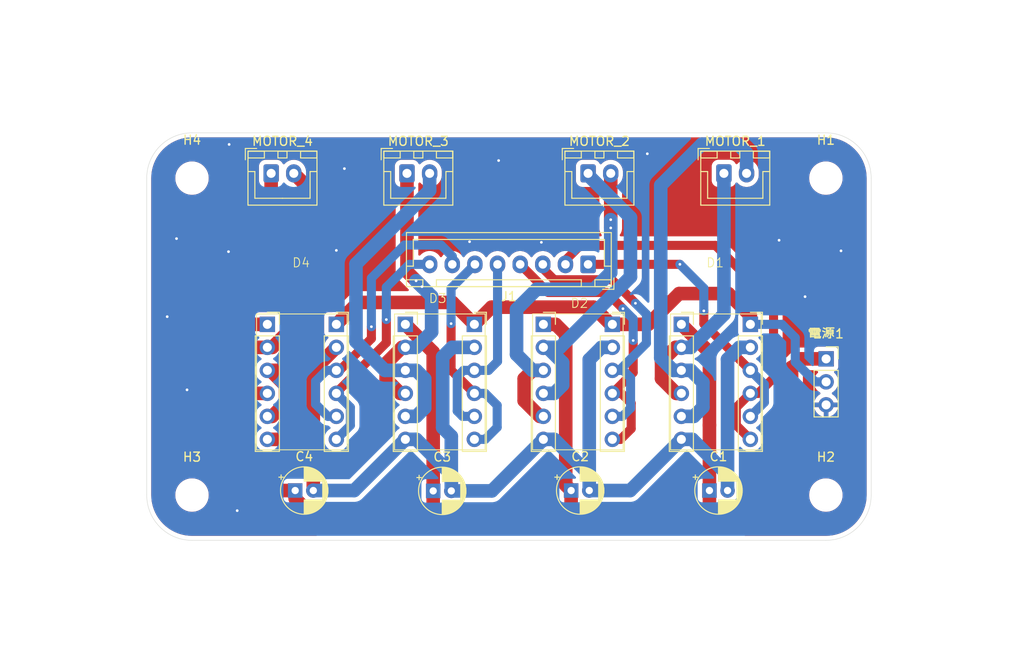
<source format=kicad_pcb>
(kicad_pcb (version 20240108) (generator "pcbnew") (generator_version "8.0")
  (layers (0 "F.Cu" signal) (31 "B.Cu" signal) (34 "B.Paste" user) (35 "F.Paste" user) (36 "B.SilkS" user "B.Silkscreen") (37 "F.SilkS" user "F.Silkscreen") (38 "B.Mask" user) (39 "F.Mask" user) (44 "Edge.Cuts" user))
  (net 0 "")
  (net 1 "VCC")
  (net 2 "Net-(D1-AOUT2)")
  (net 3 "Net-(D1-AOUT1)")
  (net 4 "Net-(D2-AOUT1)")
  (net 5 "Net-(D2-AOUT2)")
  (net 6 "Net-(D3-AOUT1)")
  (net 7 "Net-(D3-AOUT2)")
  (net 8 "Net-(D4-AOUT1)")
  (net 9 "Net-(D4-AOUT2)")
  (net 10 "Net-(D1-GND)")
  (net 11 "Net-(D1-AIN2)")
  (net 12 "Net-(D1-AIN1)")
  (net 13 "Net-(D2-AIN1)")
  (net 14 "Net-(D2-AIN2)")
  (net 15 "GND")
  (net 16 "+5V")
  (net 17 "Net-(D3-AIN2)")
  (net 18 "Net-(D3-AIN1)")
  (net 19 "Net-(D4-AIN1)")
  (net 20 "Net-(D4-AIN2)")
  (footprint "Connector_JST:JST_XH_B2B-XH-A_1x02_P2.50mm_Vertical" (layer "F.Cu") (at 158.75 76.975)
    (property "Reference" "MOTOR_2" (at 1.25 -3.55 0) (layer "F.SilkS"))
    (property "Value" "Conn_01x02_Socket")
    (pad "1" thru_hole roundrect (at 0 0) (size 1.7 2) (drill 1) (layers "*.Cu" "*.Mask") (roundrect_rratio 0.147059) (net 4 "Net-(D2-AOUT1)"))
    (pad "2" thru_hole oval (at 2.5 0) (size 1.7 2) (drill 1) (layers "*.Cu" "*.Mask") (net 5 "Net-(D2-AOUT2)"))
  )
  (footprint "DRV8835:DRV8835" (layer "F.Cu") (at 172.86 100)
    (property "Reference" "D1" (at -0.08 -13.16 0) (layer "F.SilkS") (effects (font (thickness 0.1))))
    (property "Value" "~")
    (pad "1" thru_hole rect (at -3.81 -6.35) (size 1.7 1.7) (drill 1) (layers "*.Cu" "*.Mask") (net 1 "VCC"))
    (pad "2" thru_hole oval (at -3.81 -3.81) (size 1.7 1.7) (drill 1) (layers "*.Cu" "*.Mask") (net 3 "Net-(D1-AOUT1)"))
    (pad "3" thru_hole oval (at -3.81 -1.27) (size 1.7 1.7) (drill 1) (layers "*.Cu" "*.Mask") (net 2 "Net-(D1-AOUT2)"))
    (pad "4" thru_hole oval (at -3.81 1.27) (size 1.7 1.7) (drill 1) (layers "*.Cu" "*.Mask") (net 3 "Net-(D1-AOUT1)"))
    (pad "5" thru_hole oval (at -3.81 3.81) (size 1.7 1.7) (drill 1) (layers "*.Cu" "*.Mask") (net 2 "Net-(D1-AOUT2)"))
    (pad "6" thru_hole oval (at -3.81 6.35) (size 1.7 1.7) (drill 1) (layers "*.Cu" "*.Mask") (net 10 "Net-(D1-GND)"))
    (pad "7" thru_hole rect (at 3.81 -6.35) (size 1.7 1.7) (drill 1) (layers "*.Cu" "*.Mask") (net 16 "+5V"))
    (pad "8" thru_hole oval (at 3.81 -3.81) (size 1.7 1.7) (drill 1) (layers "*.Cu" "*.Mask") (net 10 "Net-(D1-GND)"))
    (pad "9" thru_hole oval (at 3.81 -1.27) (size 1.7 1.7) (drill 1) (layers "*.Cu" "*.Mask") (net 12 "Net-(D1-AIN1)"))
    (pad "10" thru_hole oval (at 3.81 1.27) (size 1.7 1.7) (drill 1) (layers "*.Cu" "*.Mask") (net 11 "Net-(D1-AIN2)"))
    (pad "11" thru_hole oval (at 3.81 3.81) (size 1.7 1.7) (drill 1) (layers "*.Cu" "*.Mask") (net 12 "Net-(D1-AIN1)"))
    (pad "12" thru_hole oval (at 3.81 6.35) (size 1.7 1.7) (drill 1) (layers "*.Cu" "*.Mask") (net 11 "Net-(D1-AIN2)"))
  )
  (footprint "DRV8835:DRV8835" (layer "F.Cu") (at 142.38 100)
    (property "Reference" "D3" (at -0.24 -9.22 0) (layer "F.SilkS") (effects (font (thickness 0.1))))
    (property "Value" "~")
    (pad "1" thru_hole rect (at -3.81 -6.35) (size 1.7 1.7) (drill 1) (layers "*.Cu" "*.Mask") (net 1 "VCC"))
    (pad "2" thru_hole oval (at -3.81 -3.81) (size 1.7 1.7) (drill 1) (layers "*.Cu" "*.Mask") (net 6 "Net-(D3-AOUT1)"))
    (pad "3" thru_hole oval (at -3.81 -1.27) (size 1.7 1.7) (drill 1) (layers "*.Cu" "*.Mask") (net 7 "Net-(D3-AOUT2)"))
    (pad "4" thru_hole oval (at -3.81 1.27) (size 1.7 1.7) (drill 1) (layers "*.Cu" "*.Mask") (net 6 "Net-(D3-AOUT1)"))
    (pad "5" thru_hole oval (at -3.81 3.81) (size 1.7 1.7) (drill 1) (layers "*.Cu" "*.Mask") (net 7 "Net-(D3-AOUT2)"))
    (pad "6" thru_hole oval (at -3.81 6.35) (size 1.7 1.7) (drill 1) (layers "*.Cu" "*.Mask") (net 10 "Net-(D1-GND)"))
    (pad "7" thru_hole rect (at 3.81 -6.35) (size 1.7 1.7) (drill 1) (layers "*.Cu" "*.Mask") (net 16 "+5V"))
    (pad "8" thru_hole oval (at 3.81 -3.81) (size 1.7 1.7) (drill 1) (layers "*.Cu" "*.Mask") (net 10 "Net-(D1-GND)"))
    (pad "9" thru_hole oval (at 3.81 -1.27) (size 1.7 1.7) (drill 1) (layers "*.Cu" "*.Mask") (net 18 "Net-(D3-AIN1)"))
    (pad "10" thru_hole oval (at 3.81 1.27) (size 1.7 1.7) (drill 1) (layers "*.Cu" "*.Mask") (net 17 "Net-(D3-AIN2)"))
    (pad "11" thru_hole oval (at 3.81 3.81) (size 1.7 1.7) (drill 1) (layers "*.Cu" "*.Mask") (net 18 "Net-(D3-AIN1)"))
    (pad "12" thru_hole oval (at 3.81 6.35) (size 1.7 1.7) (drill 1) (layers "*.Cu" "*.Mask") (net 17 "Net-(D3-AIN2)"))
  )
  (footprint "MountingHole:MountingHole_3.2mm_M3" (layer "F.Cu") (at 115.01 112.5)
    (property "Reference" "H3" (at 0 -4.2 0) (layer "F.SilkS"))
    (property "Value" "MountingHole")
    (pad "" np_thru_hole circle (at 0 0) (size 3.2 3.2) (drill 3.2) (layers "*.Cu" "*.Mask"))
  )
  (footprint "Connector_JST:JST_XH_B8B-XH-A_1x08_P2.50mm_Vertical" (layer "F.Cu") (at 158.75 87.025 180)
    (property "Reference" "J1" (at 8.75 -3.55 0) (layer "F.SilkS"))
    (property "Value" "Conn_01x08_Pin")
    (pad "1" thru_hole roundrect (at 0 0 180) (size 1.7 1.95) (drill 0.95) (layers "*.Cu" "*.Mask") (roundrect_rratio 0.147059) (net 12 "Net-(D1-AIN1)"))
    (pad "2" thru_hole oval (at 2.5 0 180) (size 1.7 1.95) (drill 0.95) (layers "*.Cu" "*.Mask") (net 11 "Net-(D1-AIN2)"))
    (pad "3" thru_hole oval (at 5 0 180) (size 1.7 1.95) (drill 0.95) (layers "*.Cu" "*.Mask") (net 13 "Net-(D2-AIN1)"))
    (pad "4" thru_hole oval (at 7.5 0 180) (size 1.7 1.95) (drill 0.95) (layers "*.Cu" "*.Mask") (net 14 "Net-(D2-AIN2)"))
    (pad "5" thru_hole oval (at 10 0 180) (size 1.7 1.95) (drill 0.95) (layers "*.Cu" "*.Mask") (net 18 "Net-(D3-AIN1)"))
    (pad "6" thru_hole oval (at 12.5 0 180) (size 1.7 1.95) (drill 0.95) (layers "*.Cu" "*.Mask") (net 17 "Net-(D3-AIN2)"))
    (pad "7" thru_hole oval (at 15 0 180) (size 1.7 1.95) (drill 0.95) (layers "*.Cu" "*.Mask") (net 19 "Net-(D4-AIN1)"))
    (pad "8" thru_hole oval (at 17.5 0 180) (size 1.7 1.95) (drill 0.95) (layers "*.Cu" "*.Mask") (net 20 "Net-(D4-AIN2)"))
  )
  (footprint "MountingHole:MountingHole_3.2mm_M3" (layer "F.Cu") (at 185.01 77.5)
    (property "Reference" "H1" (at 0 -4.2 0) (layer "F.SilkS"))
    (property "Value" "MountingHole")
    (pad "" np_thru_hole circle (at 0 0) (size 3.2 3.2) (drill 3.2) (layers "*.Cu" "*.Mask"))
  )
  (footprint "Capacitor_THT:CP_Radial_D5.0mm_P2.00mm" (layer "F.Cu") (at 126.404901 112)
    (property "Reference" "C4" (at 1 -3.75 0) (layer "F.SilkS"))
    (property "Value" "150μF")
    (pad "1" thru_hole rect (at 0 0) (size 1.6 1.6) (drill 0.8) (layers "*.Cu" "*.Mask") (net 1 "VCC"))
    (pad "2" thru_hole circle (at 2 0) (size 1.6 1.6) (drill 0.8) (layers "*.Cu" "*.Mask") (net 10 "Net-(D1-GND)"))
  )
  (footprint "Capacitor_THT:CP_Radial_D5.0mm_P2.00mm" (layer "F.Cu") (at 156.877401 112)
    (property "Reference" "C2" (at 1 -3.75 0) (layer "F.SilkS"))
    (property "Value" "150μF")
    (pad "1" thru_hole rect (at 0 0) (size 1.6 1.6) (drill 0.8) (layers "*.Cu" "*.Mask") (net 1 "VCC"))
    (pad "2" thru_hole circle (at 2 0) (size 1.6 1.6) (drill 0.8) (layers "*.Cu" "*.Mask") (net 10 "Net-(D1-GND)"))
  )
  (footprint "Capacitor_THT:CP_Radial_D5.0mm_P2.00mm" (layer "F.Cu") (at 172.149901 112)
    (property "Reference" "C1" (at 1 -3.75 0) (layer "F.SilkS"))
    (property "Value" "150μF")
    (pad "1" thru_hole rect (at 0 0) (size 1.6 1.6) (drill 0.8) (layers "*.Cu" "*.Mask") (net 1 "VCC"))
    (pad "2" thru_hole circle (at 2 0) (size 1.6 1.6) (drill 0.8) (layers "*.Cu" "*.Mask") (net 10 "Net-(D1-GND)"))
  )
  (footprint "Capacitor_THT:CP_Radial_D5.0mm_P2.00mm" (layer "F.Cu") (at 141.644901 112.04)
    (property "Reference" "C3" (at 1 -3.75 0) (layer "F.SilkS"))
    (property "Value" "150μF")
    (pad "1" thru_hole rect (at 0 0) (size 1.6 1.6) (drill 0.8) (layers "*.Cu" "*.Mask") (net 1 "VCC"))
    (pad "2" thru_hole circle (at 2 0) (size 1.6 1.6) (drill 0.8) (layers "*.Cu" "*.Mask") (net 10 "Net-(D1-GND)"))
  )
  (footprint "MountingHole:MountingHole_3.2mm_M3" (layer "F.Cu") (at 115.01 77.5)
    (property "Reference" "H4" (at 0 -4.2 0) (layer "F.SilkS"))
    (property "Value" "MountingHole")
    (pad "" np_thru_hole circle (at 0 0) (size 3.2 3.2) (drill 3.2) (layers "*.Cu" "*.Mask"))
  )
  (footprint "DRV8835:DRV8835" (layer "F.Cu") (at 157.62 100)
    (property "Reference" "D2" (at 0.18 -8.68 0) (layer "F.SilkS") (effects (font (thickness 0.1))))
    (property "Value" "~")
    (pad "1" thru_hole rect (at -3.81 -6.35) (size 1.7 1.7) (drill 1) (layers "*.Cu" "*.Mask") (net 1 "VCC"))
    (pad "2" thru_hole oval (at -3.81 -3.81) (size 1.7 1.7) (drill 1) (layers "*.Cu" "*.Mask") (net 4 "Net-(D2-AOUT1)"))
    (pad "3" thru_hole oval (at -3.81 -1.27) (size 1.7 1.7) (drill 1) (layers "*.Cu" "*.Mask") (net 5 "Net-(D2-AOUT2)"))
    (pad "4" thru_hole oval (at -3.81 1.27) (size 1.7 1.7) (drill 1) (layers "*.Cu" "*.Mask") (net 4 "Net-(D2-AOUT1)"))
    (pad "5" thru_hole oval (at -3.81 3.81) (size 1.7 1.7) (drill 1) (layers "*.Cu" "*.Mask") (net 5 "Net-(D2-AOUT2)"))
    (pad "6" thru_hole oval (at -3.81 6.35) (size 1.7 1.7) (drill 1) (layers "*.Cu" "*.Mask") (net 10 "Net-(D1-GND)"))
    (pad "7" thru_hole rect (at 3.81 -6.35) (size 1.7 1.7) (drill 1) (layers "*.Cu" "*.Mask") (net 16 "+5V"))
    (pad "8" thru_hole oval (at 3.81 -3.81) (size 1.7 1.7) (drill 1) (layers "*.Cu" "*.Mask") (net 10 "Net-(D1-GND)"))
    (pad "9" thru_hole oval (at 3.81 -1.27) (size 1.7 1.7) (drill 1) (layers "*.Cu" "*.Mask") (net 13 "Net-(D2-AIN1)"))
    (pad "10" thru_hole oval (at 3.81 1.27) (size 1.7 1.7) (drill 1) (layers "*.Cu" "*.Mask") (net 14 "Net-(D2-AIN2)"))
    (pad "11" thru_hole oval (at 3.81 3.81) (size 1.7 1.7) (drill 1) (layers "*.Cu" "*.Mask") (net 13 "Net-(D2-AIN1)"))
    (pad "12" thru_hole oval (at 3.81 6.35) (size 1.7 1.7) (drill 1) (layers "*.Cu" "*.Mask") (net 14 "Net-(D2-AIN2)"))
  )
  (footprint "Connector_JST:JST_XH_B2B-XH-A_1x02_P2.50mm_Vertical" (layer "F.Cu") (at 138.75 76.975)
    (property "Reference" "MOTOR_3" (at 1.25 -3.55 0) (layer "F.SilkS"))
    (property "Value" "Conn_01x02_Socket")
    (pad "1" thru_hole roundrect (at 0 0) (size 1.7 2) (drill 1) (layers "*.Cu" "*.Mask") (roundrect_rratio 0.147059) (net 6 "Net-(D3-AOUT1)"))
    (pad "2" thru_hole oval (at 2.5 0) (size 1.7 2) (drill 1) (layers "*.Cu" "*.Mask") (net 7 "Net-(D3-AOUT2)"))
  )
  (footprint "Connector_PinSocket_2.54mm:PinSocket_1x03_P2.54mm_Vertical" (layer "F.Cu") (at 185.035 97.46)
    (property "Reference" "電源1" (at 0 -2.77 0) (layer "F.SilkS"))
    (property "Value" "Conn_01x03_Pin")
    (pad "1" thru_hole rect (at 0 0) (size 1.7 1.7) (drill 1) (layers "*.Cu" "*.Mask") (net 1 "VCC"))
    (pad "2" thru_hole oval (at 0 2.54) (size 1.7 1.7) (drill 1) (layers "*.Cu" "*.Mask") (net 16 "+5V"))
    (pad "3" thru_hole oval (at 0 5.08) (size 1.7 1.7) (drill 1) (layers "*.Cu" "*.Mask") (net 15 "GND"))
  )
  (footprint "Connector_JST:JST_XH_B2B-XH-A_1x02_P2.50mm_Vertical" (layer "F.Cu") (at 123.75 76.975)
    (property "Reference" "MOTOR_4" (at 1.25 -3.55 0) (layer "F.SilkS"))
    (property "Value" "Conn_01x02_Socket")
    (pad "1" thru_hole roundrect (at 0 0) (size 1.7 2) (drill 1) (layers "*.Cu" "*.Mask") (roundrect_rratio 0.147059) (net 8 "Net-(D4-AOUT1)"))
    (pad "2" thru_hole oval (at 2.5 0) (size 1.7 2) (drill 1) (layers "*.Cu" "*.Mask") (net 9 "Net-(D4-AOUT2)"))
  )
  (footprint "DRV8835:DRV8835" (layer "F.Cu") (at 127.14 100)
    (property "Reference" "D4" (at -0.08 -13.16 0) (layer "F.SilkS") (effects (font (thickness 0.1))))
    (property "Value" "~")
    (pad "1" thru_hole rect (at -3.81 -6.35) (size 1.7 1.7) (drill 1) (layers "*.Cu" "*.Mask") (net 1 "VCC"))
    (pad "2" thru_hole oval (at -3.81 -3.81) (size 1.7 1.7) (drill 1) (layers "*.Cu" "*.Mask") (net 8 "Net-(D4-AOUT1)"))
    (pad "3" thru_hole oval (at -3.81 -1.27) (size 1.7 1.7) (drill 1) (layers "*.Cu" "*.Mask") (net 9 "Net-(D4-AOUT2)"))
    (pad "4" thru_hole oval (at -3.81 1.27) (size 1.7 1.7) (drill 1) (layers "*.Cu" "*.Mask") (net 8 "Net-(D4-AOUT1)"))
    (pad "5" thru_hole oval (at -3.81 3.81) (size 1.7 1.7) (drill 1) (layers "*.Cu" "*.Mask") (net 9 "Net-(D4-AOUT2)"))
    (pad "6" thru_hole oval (at -3.81 6.35) (size 1.7 1.7) (drill 1) (layers "*.Cu" "*.Mask") (net 10 "Net-(D1-GND)"))
    (pad "7" thru_hole rect (at 3.81 -6.35) (size 1.7 1.7) (drill 1) (layers "*.Cu" "*.Mask") (net 16 "+5V"))
    (pad "8" thru_hole oval (at 3.81 -3.81) (size 1.7 1.7) (drill 1) (layers "*.Cu" "*.Mask") (net 10 "Net-(D1-GND)"))
    (pad "9" thru_hole oval (at 3.81 -1.27) (size 1.7 1.7) (drill 1) (layers "*.Cu" "*.Mask") (net 19 "Net-(D4-AIN1)"))
    (pad "10" thru_hole oval (at 3.81 1.27) (size 1.7 1.7) (drill 1) (layers "*.Cu" "*.Mask") (net 20 "Net-(D4-AIN2)"))
    (pad "11" thru_hole oval (at 3.81 3.81) (size 1.7 1.7) (drill 1) (layers "*.Cu" "*.Mask") (net 19 "Net-(D4-AIN1)"))
    (pad "12" thru_hole oval (at 3.81 6.35) (size 1.7 1.7) (drill 1) (layers "*.Cu" "*.Mask") (net 20 "Net-(D4-AIN2)"))
  )
  (footprint "Connector_JST:JST_XH_B2B-XH-A_1x02_P2.50mm_Vertical" (layer "F.Cu") (at 173.75 76.975)
    (property "Reference" "MOTOR_1" (at 1.25 -3.55 0) (layer "F.SilkS"))
    (property "Value" "Conn_01x02_Socket")
    (pad "1" thru_hole roundrect (at 0 0) (size 1.7 2) (drill 1) (layers "*.Cu" "*.Mask") (roundrect_rratio 0.147059) (net 3 "Net-(D1-AOUT1)"))
    (pad "2" thru_hole oval (at 2.5 0) (size 1.7 2) (drill 1) (layers "*.Cu" "*.Mask") (net 2 "Net-(D1-AOUT2)"))
  )
  (footprint "MountingHole:MountingHole_3.2mm_M3" (layer "F.Cu") (at 185.01 112.5)
    (property "Reference" "H2" (at 0 -4.2 0) (layer "F.SilkS"))
    (property "Value" "MountingHole")
    (pad "" np_thru_hole circle (at 0 0) (size 3.2 3.2) (drill 3.2) (layers "*.Cu" "*.Mask"))
  )
  (gr_arc (start 185.01 72.5) (mid 188.545534 73.964466) (end 190.01 77.5) (stroke (width 0.05)) (layer "Edge.Cuts"))
  (gr_line (start 185.01 117.500039) (end 115.01 117.500039) (stroke (width 0.05)) (layer "Edge.Cuts"))
  (gr_arc (start 115.01 117.500009) (mid 111.47446 116.03554) (end 110.009991 112.5) (stroke (width 0.05)) (layer "Edge.Cuts"))
  (gr_line (start 190.01 77.5) (end 190.01 112.5) (stroke (width 0.05)) (layer "Edge.Cuts"))
  (gr_line (start 110.009991 112.5) (end 110.009991 77.5) (stroke (width 0.05)) (layer "Edge.Cuts"))
  (gr_line (start 115.01 72.499961) (end 185.01 72.499961) (stroke (width 0.05)) (layer "Edge.Cuts"))
  (gr_arc (start 190.010039 112.5) (mid 188.545561 116.035561) (end 185.01 117.500039) (stroke (width 0.05)) (layer "Edge.Cuts"))
  (gr_arc (start 110.009961 77.5) (mid 111.474439 73.964439) (end 115.01 72.499961) (stroke (width 0.05)) (layer "Edge.Cuts"))
  (segment (start 158.42 115.54) (end 173.02 115.54) (width 1.5) (layer "F.Cu") (net 1))
  (segment (start 138.57 93.65) (end 138.575585 93.65) (width 1.5) (layer "F.Cu") (net 1))
  (segment (start 156.877401 113.997401) (end 158.42 115.54) (width 1.5) (layer "F.Cu") (net 1))
  (segment (start 156.877401 112) (end 156.877401 113.997401) (width 1.5) (layer "F.Cu") (net 1))
  (segment (start 172.149901 104.78) (end 172.149901 112) (width 1.5) (layer "F.Cu") (net 1))
  (segment (start 122.59 112) (end 126.404901 112) (width 1.5) (layer "F.Cu") (net 1))
  (segment (start 182.27 97.46) (end 184.75 97.46) (width 1.5) (layer "F.Cu") (net 1))
  (segment (start 141.644901 114.044901) (end 143.14 115.54) (width 1.5) (layer "F.Cu") (net 1))
  (segment (start 181.22 110.1) (end 181.22 98.4) (width 1.5) (layer "F.Cu") (net 1))
  (segment (start 141.644901 112.04) (end 141.644901 114.044901) (width 1.5) (layer "F.Cu") (net 1))
  (segment (start 119.2 95.43) (end 119.2 108.61) (width 1.5) (layer "F.Cu") (net 1))
  (segment (start 155.17 93.65) (end 156.28 94.76) (width 1.5) (layer "F.Cu") (net 1))
  (segment (start 126.404901 112.885099) (end 129.059802 115.54) (width 1.5) (layer "F.Cu") (net 1))
  (segment (start 181.33 98.4) (end 182.27 97.46) (width 1.5) (layer "F.Cu") (net 1))
  (segment (start 156.28 111.402599) (end 156.877401 112) (width 1.5) (layer "F.Cu") (net 1))
  (segment (start 173.02 115.54) (end 175.78 115.54) (width 1.5) (layer "F.Cu") (net 1))
  (segment (start 169.055585 93.65) (end 172.149901 96.744316) (width 1.5) (layer "F.Cu") (net 1))
  (segment (start 169.05 93.65) (end 169.055585 93.65) (width 1.5) (layer "F.Cu") (net 1))
  (segment (start 138.575585 93.65) (end 141.644901 96.719316) (width 1.5) (layer "F.Cu") (net 1))
  (segment (start 123.33 93.65) (end 120.98 93.65) (width 1.5) (layer "F.Cu") (net 1))
  (segment (start 126.404901 112) (end 126.404901 112.885099) (width 1.5) (layer "F.Cu") (net 1))
  (segment (start 172.149901 96.744316) (end 172.149901 104.78) (width 1.5) (layer "F.Cu") (net 1))
  (segment (start 181.22 98.4) (end 181.33 98.4) (width 1.5) (layer "F.Cu") (net 1))
  (segment (start 143.14 115.54) (end 158.42 115.54) (width 1.5) (layer "F.Cu") (net 1))
  (segment (start 172.149901 112) (end 172.149901 114.669901) (width 1.5) (layer "F.Cu") (net 1))
  (segment (start 141.644901 96.719316) (end 141.644901 112.04) (width 1.5) (layer "F.Cu") (net 1))
  (segment (start 175.78 115.54) (end 181.22 110.1) (width 1.5) (layer "F.Cu") (net 1))
  (segment (start 153.81 93.65) (end 155.17 93.65) (width 1.5) (layer "F.Cu") (net 1))
  (segment (start 129.059802 115.54) (end 143.14 115.54) (width 1.5) (layer "F.Cu") (net 1))
  (segment (start 156.28 94.76) (end 156.28 111.402599) (width 1.5) (layer "F.Cu") (net 1))
  (segment (start 120.98 93.65) (end 119.2 95.43) (width 1.5) (layer "F.Cu") (net 1))
  (segment (start 119.2 108.61) (end 122.59 112) (width 1.5) (layer "F.Cu") (net 1))
  (segment (start 172.149901 114.669901) (end 173.02 115.54) (width 1.5) (layer "F.Cu") (net 1))
  (segment (start 169.05 98.73) (end 170.1 98.73) (width 1.5) (layer "B.Cu") (net 2))
  (segment (start 171.43 100.06) (end 171.43 102.8) (width 1.5) (layer "B.Cu") (net 2))
  (segment (start 176.25 76.975) (end 176.25 74.73) (width 1.5) (layer "B.Cu") (net 2))
  (segment (start 171.32 73.75) (end 166.77 78.3) (width 1.5) (layer "B.Cu") (net 2))
  (segment (start 175.27 73.75) (end 171.32 73.75) (width 1.5) (layer "B.Cu") (net 2))
  (segment (start 176.25 74.73) (end 175.27 73.75) (width 1.5) (layer "B.Cu") (net 2))
  (segment (start 171.43 102.8) (end 170.42 103.81) (width 1.5) (layer "B.Cu") (net 2))
  (segment (start 170.1 98.73) (end 171.43 100.06) (width 1.5) (layer "B.Cu") (net 2))
  (segment (start 166.77 78.3) (end 166.77 97.36) (width 1.5) (layer "B.Cu") (net 2))
  (segment (start 166.77 97.36) (end 168.14 98.73) (width 1.5) (layer "B.Cu") (net 2))
  (segment (start 168.14 98.73) (end 169.05 98.73) (width 1.5) (layer "B.Cu") (net 2))
  (segment (start 170.42 103.81) (end 169.05 103.81) (width 1.5) (layer "B.Cu") (net 2))
  (segment (start 166.86 99.64) (end 168.49 101.27) (width 1.5) (layer "F.Cu") (net 3))
  (segment (start 168.42 96.19) (end 166.86 97.75) (width 1.5) (layer "F.Cu") (net 3))
  (segment (start 166.86 97.75) (end 166.86 99.64) (width 1.5) (layer "F.Cu") (net 3))
  (segment (start 168.49 101.27) (end 169.05 101.27) (width 1.5) (layer "F.Cu") (net 3))
  (segment (start 169.05 96.19) (end 168.42 96.19) (width 1.5) (layer "F.Cu") (net 3))
  (segment (start 173.75 92.55) (end 173.75 76.975) (width 1.5) (layer "B.Cu") (net 3))
  (segment (start 170.11 96.19) (end 173.75 92.55) (width 1.5) (layer "B.Cu") (net 3))
  (segment (start 169.05 96.19) (end 170.11 96.19) (width 1.5) (layer "B.Cu") (net 3))
  (segment (start 155.65 96.19) (end 163.43 88.41) (width 1.5) (layer "B.Cu") (net 4))
  (segment (start 155.012081 101.27) (end 153.81 101.27) (width 1.5) (layer "B.Cu") (net 4))
  (segment (start 158.75 77.170584) (end 158.75 76.975) (width 1.5) (layer "B.Cu") (net 4))
  (segment (start 154.25 96.19) (end 155.94 97.88) (width 1.5) (layer "B.Cu") (net 4))
  (segment (start 155.94 100.342081) (end 155.012081 101.27) (width 1.5) (layer "B.Cu") (net 4))
  (segment (start 163.43 88.41) (end 163.43 81.850584) (width 1.5) (layer "B.Cu") (net 4))
  (segment (start 153.81 96.19) (end 155.65 96.19) (width 1.5) (layer "B.Cu") (net 4))
  (segment (start 155.94 97.88) (end 155.94 100.342081) (width 1.5) (layer "B.Cu") (net 4))
  (segment (start 163.43 81.850584) (end 158.75 77.170584) (width 1.5) (layer "B.Cu") (net 4))
  (segment (start 153.81 96.19) (end 154.25 96.19) (width 1.5) (layer "B.Cu") (net 4))
  (segment (start 153.42 103.81) (end 153.81 103.81) (width 1.5) (layer "F.Cu") (net 5))
  (segment (start 161.25 83) (end 161.25 76.975) (width 1.5) (layer "F.Cu") (net 5))
  (segment (start 152.607919 98.73) (end 151.69 99.647919) (width 1.5) (layer "F.Cu") (net 5))
  (segment (start 151.69 102.08) (end 153.42 103.81) (width 1.5) (layer "F.Cu") (net 5))
  (segment (start 153.81 98.73) (end 152.607919 98.73) (width 1.5) (layer "F.Cu") (net 5))
  (segment (start 151.69 99.647919) (end 151.69 102.08) (width 1.5) (layer "F.Cu") (net 5))
  (via (at 161.25 82.09) (size 0.6) (drill 0.3) (layers "F.Cu" "B.Cu") (net 5))
  (via (at 161.25 83) (size 0.6) (drill 0.3) (layers "F.Cu" "B.Cu") (net 5))
  (segment (start 152.607919 98.73) (end 153.81 98.73) (width 1.5) (layer "B.Cu") (net 5))
  (segment (start 153.07 89.77) (end 150.85 91.99) (width 1.5) (layer "B.Cu") (net 5))
  (segment (start 161.25 82.09) (end 161.25 83) (width 1.5) (layer "B.Cu") (net 5))
  (segment (start 161.25 87.93) (end 159.41 89.77) (width 1.5) (layer "B.Cu") (net 5))
  (segment (start 159.41 89.77) (end 153.07 89.77) (width 1.5) (layer "B.Cu") (net 5))
  (segment (start 150.85 96.972081) (end 152.607919 98.73) (width 1.5) (layer "B.Cu") (net 5))
  (segment (start 161.25 83) (end 161.25 87.93) (width 1.5) (layer "B.Cu") (net 5))
  (segment (start 150.85 91.99) (end 150.85 96.972081) (width 1.5) (layer "B.Cu") (net 5))
  (segment (start 138.75 87.83) (end 138.75 76.975) (width 1.5) (layer "F.Cu") (net 6))
  (segment (start 136.45 99.71) (end 138.01 101.27) (width 1.5) (layer "F.Cu") (net 6))
  (segment (start 138.21 96.19) (end 136.45 97.95) (width 1.5) (layer "F.Cu") (net 6))
  (segment (start 138.57 96.19) (end 138.21 96.19) (width 1.5) (layer "F.Cu") (net 6))
  (segment (start 136.45 97.95) (end 136.45 99.71) (width 1.5) (layer "F.Cu") (net 6))
  (segment (start 138.01 101.27) (end 138.57 101.27) (width 1.5) (layer "F.Cu") (net 6))
  (segment (start 140.405 89.485) (end 138.75 87.83) (width 1.5) (layer "F.Cu") (net 6))
  (via (at 139.755 88.835) (size 0.6) (drill 0.3) (layers "F.Cu" "B.Cu") (net 6))
  (via (at 140.405 89.485) (size 0.6) (drill 0.3) (layers "F.Cu" "B.Cu") (net 6))
  (segment (start 141.47 94.492081) (end 139.772081 96.19) (width 1.5) (layer "B.Cu") (net 6))
  (segment (start 139.772081 96.19) (end 138.57 96.19) (width 1.5) (layer "B.Cu") (net 6))
  (segment (start 140.405 89.485) (end 141.47 90.55) (width 1.5) (layer "B.Cu") (net 6))
  (segment (start 141.47 90.55) (end 141.47 94.492081) (width 1.5) (layer "B.Cu") (net 6))
  (segment (start 139.755 88.835) (end 140.405 89.485) (width 1.5) (layer "B.Cu") (net 6))
  (segment (start 140.2 89.28) (end 139.755 88.835) (width 1.5) (layer "B.Cu") (net 6))
  (segment (start 139.772081 103.81) (end 138.57 103.81) (width 1.5) (layer "B.Cu") (net 7))
  (segment (start 136.31 98.73) (end 133.12 95.54) (width 1.5) (layer "B.Cu") (net 7))
  (segment (start 133.12 95.54) (end 133.12 86.98) (width 1.5) (layer "B.Cu") (net 7))
  (segment (start 133.12 86.98) (end 141.25 78.85) (width 1.5) (layer "B.Cu") (net 7))
  (segment (start 139.772081 98.73) (end 140.71 99.667919) (width 1.5) (layer "B.Cu") (net 7))
  (segment (start 138.57 98.73) (end 139.772081 98.73) (width 1.5) (layer "B.Cu") (net 7))
  (segment (start 140.71 99.667919) (end 140.71 102.872081) (width 1.5) (layer "B.Cu") (net 7))
  (segment (start 140.71 102.872081) (end 139.772081 103.81) (width 1.5) (layer "B.Cu") (net 7))
  (segment (start 141.25 78.85) (end 141.25 76.975) (width 1.5) (layer "B.Cu") (net 7))
  (segment (start 138.57 98.73) (end 136.31 98.73) (width 1.5) (layer "B.Cu") (net 7))
  (segment (start 123.33 96.19) (end 121.93 96.19) (width 1.5) (layer "F.Cu") (net 8))
  (segment (start 121.93 96.19) (end 121.06 97.06) (width 1.5) (layer "F.Cu") (net 8))
  (segment (start 123.75 90.05) (end 123.75 76.975) (width 1.5) (layer "F.Cu") (net 8))
  (segment (start 121.06 100.47) (end 121.86 101.27) (width 1.5) (layer "F.Cu") (net 8))
  (segment (start 121.86 101.27) (end 123.33 101.27) (width 1.5) (layer "F.Cu") (net 8))
  (segment (start 125.78 94.3) (end 125.78 92.08) (width 1.5) (layer "F.Cu") (net 8))
  (segment (start 123.33 96.19) (end 123.89 96.19) (width 1.5) (layer "F.Cu") (net 8))
  (segment (start 125.78 92.08) (end 123.75 90.05) (width 1.5) (layer "F.Cu") (net 8))
  (segment (start 121.06 97.06) (end 121.06 100.47) (width 1.5) (layer "F.Cu") (net 8))
  (segment (start 123.89 96.19) (end 125.78 94.3) (width 1.5) (layer "F.Cu") (net 8))
  (segment (start 124.71 98.73) (end 127.59 95.85) (width 1.5) (layer "F.Cu") (net 9))
  (segment (start 125.33 100.4) (end 125.33 102.34) (width 1.5) (layer "F.Cu") (net 9))
  (segment (start 123.33 98.73) (end 123.66 98.73) (width 1.5) (layer "F.Cu") (net 9))
  (segment (start 125.33 102.34) (end 123.86 103.81) (width 1.5) (layer "F.Cu") (net 9))
  (segment (start 123.66 98.73) (end 125.33 100.4) (width 1.5) (layer "F.Cu") (net 9))
  (segment (start 127.59 95.85) (end 127.59 78.315) (width 1.5) (layer "F.Cu") (net 9))
  (segment (start 123.33 98.73) (end 124.71 98.73) (width 1.5) (layer "F.Cu") (net 9))
  (segment (start 127.59 78.315) (end 126.25 76.975) (width 1.5) (layer "F.Cu") (net 9))
  (segment (start 123.86 103.81) (end 123.33 103.81) (width 1.5) (layer "F.Cu") (net 9))
  (segment (start 128.404901 107.42) (end 128.404901 112) (width 1.5) (layer "F.Cu") (net 10))
  (segment (start 123.33 106.35) (end 127.334901 106.35) (width 1.5) (layer "F.Cu") (net 10))
  (segment (start 127.334901 106.35) (end 128.404901 107.42) (width 1.5) (layer "F.Cu") (net 10))
  (segment (start 130.95 96.19) (end 130.944415 96.19) (width 1.5) (layer "F.Cu") (net 10))
  (segment (start 128.404901 98.729514) (end 128.404901 107.42) (width 1.5) (layer "F.Cu") (net 10))
  (segment (start 130.944415 96.19) (end 128.404901 98.729514) (width 1.5) (layer "F.Cu") (net 10))
  (segment (start 146.184415 96.19) (end 146.19 96.19) (width 1.5) (layer "F.Cu") (net 10))
  (segment (start 128.404901 112) (end 132.92 112) (width 1.5) (layer "B.Cu") (net 10))
  (segment (start 142.69 105.05) (end 142.69 97.23) (width 1.5) (layer "B.Cu") (net 10))
  (segment (start 155.012081 106.35) (end 158.877401 110.21532) (width 1.5) (layer "B.Cu") (net 10))
  (segment (start 169.05 106.35) (end 170.252081 106.35) (width 1.5) (layer "B.Cu") (net 10))
  (segment (start 163.4 112) (end 169.05 106.35) (width 1.5) (layer "B.Cu") (net 10))
  (segment (start 158.877401 112) (end 163.4 112) (width 1.5) (layer "B.Cu") (net 10))
  (segment (start 153.81 106.35) (end 155.012081 106.35) (width 1.5) (layer "B.Cu") (net 10))
  (segment (start 143.644901 106.004901) (end 142.69 105.05) (width 1.5) (layer "B.Cu") (net 10))
  (segment (start 174.149901 97.508018) (end 174.149901 110.24782) (width 1.5) (layer "B.Cu") (net 10))
  (segment (start 148.12 112.04) (end 153.81 106.35) (width 1.5) (layer "B.Cu") (net 10))
  (segment (start 132.92 112) (end 138.57 106.35) (width 1.5) (layer "B.Cu") (net 10))
  (segment (start 158.877401 97.540518) (end 158.877401 110.21532) (width 1.5) (layer "B.Cu") (net 10))
  (segment (start 143.73 96.19) (end 146.19 96.19) (width 1.5) (layer "B.Cu") (net 10))
  (segment (start 143.644901 112.04) (end 148.12 112.04) (width 1.5) (layer "B.Cu") (net 10))
  (segment (start 170.252081 106.35) (end 174.149901 110.24782) (width 1.5) (layer "B.Cu") (net 10))
  (segment (start 143.644901 110.22282) (end 143.644901 112.04) (width 1.5) (layer "B.Cu") (net 10))
  (segment (start 176.67 96.19) (end 175.467919 96.19) (width 1.5) (layer "B.Cu") (net 10))
  (segment (start 161.43 96.19) (end 160.227919 96.19) (width 1.5) (layer "B.Cu") (net 10))
  (segment (start 143.644901 112.04) (end 143.644901 106.004901) (width 1.5) (layer "B.Cu") (net 10))
  (segment (start 160.227919 96.19) (end 158.877401 97.540518) (width 1.5) (layer "B.Cu") (net 10))
  (segment (start 139.772081 106.35) (end 143.644901 110.22282) (width 1.5) (layer "B.Cu") (net 10))
  (segment (start 174.149901 110.24782) (end 174.149901 112) (width 1.5) (layer "B.Cu") (net 10))
  (segment (start 158.877401 110.21532) (end 158.877401 112) (width 1.5) (layer "B.Cu") (net 10))
  (segment (start 175.467919 96.19) (end 174.149901 97.508018) (width 1.5) (layer "B.Cu") (net 10))
  (segment (start 138.57 106.35) (end 139.772081 106.35) (width 1.5) (layer "B.Cu") (net 10))
  (segment (start 142.69 97.23) (end 143.73 96.19) (width 1.5) (layer "B.Cu") (net 10))
  (segment (start 175.12 102.82) (end 175.12 104.8) (width 1) (layer "F.Cu") (net 11))
  (segment (start 179.23 91.35) (end 172.81 84.93) (width 1) (layer "F.Cu") (net 11))
  (segment (start 176.67 101.27) (end 177.53 101.27) (width 1) (layer "F.Cu") (net 11))
  (segment (start 172.81 84.93) (end 157.89 84.93) (width 1) (layer "F.Cu") (net 11))
  (segment (start 179.23 99.57) (end 179.23 91.35) (width 1) (layer "F.Cu") (net 11))
  (segment (start 175.12 104.8) (end 176.67 106.35) (width 1) (layer "F.Cu") (net 11))
  (segment (start 177.53 101.27) (end 179.23 99.57) (width 1) (layer "F.Cu") (net 11))
  (segment (start 157.89 84.93) (end 156.25 86.57) (width 1) (layer "F.Cu") (net 11))
  (segment (start 176.67 101.27) (end 175.12 102.82) (width 1) (layer "F.Cu") (net 11))
  (segment (start 156.25 86.57) (end 156.25 87.025) (width 1) (layer "F.Cu") (net 11))
  (segment (start 171.53 93.59) (end 171.53 92.16) (width 1) (layer "F.Cu") (net 12))
  (segment (start 176.67 98.73) (end 171.53 93.59) (width 1) (layer "F.Cu") (net 12))
  (segment (start 167.265 87.025) (end 158.75 87.025) (width 1) (layer "F.Cu") (net 12))
  (segment (start 167.27 87.02) (end 167.265 87.025) (width 1) (layer "F.Cu") (net 12))
  (segment (start 168.89 87.02) (end 167.27 87.02) (width 1) (layer "F.Cu") (net 12))
  (via (at 168.89 87.02) (size 0.6) (drill 0.3) (layers "F.Cu" "B.Cu") (net 12))
  (via (at 171.53 92.16) (size 0.6) (drill 0.3) (layers "F.Cu" "B.Cu") (net 12))
  (segment (start 168.89 87.02) (end 171.53 89.66) (width 1) (layer "B.Cu") (net 12))
  (segment (start 178.22 102.26) (end 176.67 103.81) (width 1) (layer "B.Cu") (net 12))
  (segment (start 171.53 89.66) (end 171.53 92.16) (width 1) (layer "B.Cu") (net 12))
  (segment (start 178.22 100.28) (end 178.22 102.26) (width 1) (layer "B.Cu") (net 12))
  (segment (start 176.67 98.73) (end 178.22 100.28) (width 1) (layer "B.Cu") (net 12))
  (segment (start 153.75 87.47) (end 153.75 87.025) (width 1) (layer "F.Cu") (net 13))
  (segment (start 161.38 88.72) (end 155 88.72) (width 1) (layer "F.Cu") (net 13))
  (segment (start 163.98 91.32) (end 161.38 88.72) (width 1) (layer "F.Cu") (net 13))
  (segment (start 155 88.72) (end 153.75 87.47) (width 1) (layer "F.Cu") (net 13))
  (via (at 163.98 91.32) (size 0.6) (drill 0.3) (layers "F.Cu" "B.Cu") (net 13))
  (segment (start 163.44 99.55) (end 163.44 102.91) (width 1) (layer "B.Cu") (net 13))
  (segment (start 163.44 102.91) (end 162.54 103.81) (width 1) (layer "B.Cu") (net 13))
  (segment (start 162.19 98.73) (end 165.19 95.73) (width 1) (layer "B.Cu") (net 13))
  (segment (start 162.54 103.81) (end 161.43 103.81) (width 1) (layer "B.Cu") (net 13))
  (segment (start 162.62 98.73) (end 163.44 99.55) (width 1) (layer "B.Cu") (net 13))
  (segment (start 165.19 95.73) (end 165.19 92.53) (width 1) (layer "B.Cu") (net 13))
  (segment (start 161.43 98.73) (end 162.62 98.73) (width 1) (layer "B.Cu") (net 13))
  (segment (start 161.43 98.73) (end 162.19 98.73) (width 1) (layer "B.Cu") (net 13))
  (segment (start 165.19 92.53) (end 163.98 91.32) (width 1) (layer "B.Cu") (net 13))
  (segment (start 160.81 90.13) (end 154.355 90.13) (width 1) (layer "F.Cu") (net 14))
  (segment (start 162.42 101.27) (end 163.51 102.36) (width 1) (layer "F.Cu") (net 14))
  (segment (start 154.355 90.13) (end 151.25 87.025) (width 1) (layer "F.Cu") (net 14))
  (segment (start 163.51 105.17) (end 162.33 106.35) (width 1) (layer "F.Cu") (net 14))
  (segment (start 163.73 98.97) (end 163.73 95.43) (width 1) (layer "F.Cu") (net 14))
  (segment (start 162.6 91.92) (end 160.81 90.13) (width 1) (layer "F.Cu") (net 14))
  (segment (start 162.33 106.35) (end 161.43 106.35) (width 1) (layer "F.Cu") (net 14))
  (segment (start 161.43 101.27) (end 163.73 98.97) (width 1) (layer "F.Cu") (net 14))
  (segment (start 163.51 102.36) (end 163.51 105.17) (width 1) (layer "F.Cu") (net 14))
  (segment (start 161.43 101.27) (end 162.42 101.27) (width 1) (layer "F.Cu") (net 14))
  (via (at 163.73 95.43) (size 0.6) (drill 0.3) (layers "F.Cu" "B.Cu") (net 14))
  (via (at 162.6 91.92) (size 0.6) (drill 0.3) (layers "F.Cu" "B.Cu") (net 14))
  (segment (start 163.73 93.05) (end 163.73 95.43) (width 1) (layer "B.Cu") (net 14))
  (segment (start 162.6 91.92) (end 163.73 93.05) (width 1) (layer "B.Cu") (net 14))
  (via (at 186.68 85.53) (size 0.6) (drill 0.3) (layers "F.Cu" "B.Cu") (net 15))
  (via (at 130.95 85.48) (size 0.6) (drill 0.3) (layers "F.Cu" "B.Cu") (net 15))
  (via (at 153.59 84.59) (size 0.6) (drill 0.3) (layers "F.Cu" "B.Cu") (net 15))
  (via (at 145.66 84.52) (size 0.6) (drill 0.3) (layers "F.Cu" "B.Cu") (net 15))
  (via (at 114.46 100.88) (size 0.6) (drill 0.3) (layers "F.Cu" "B.Cu") (net 15))
  (via (at 120 114.22) (size 0.6) (drill 0.3) (layers "F.Cu" "B.Cu") (net 15))
  (via (at 113.3 84.18) (size 0.6) (drill 0.3) (layers "F.Cu" "B.Cu") (net 15))
  (via (at 182.71 90.59) (size 0.6) (drill 0.3) (layers "F.Cu" "B.Cu") (net 15))
  (via (at 119.04 85.62) (size 0.6) (drill 0.3) (layers "F.Cu" "B.Cu") (net 15))
  (via (at 131.84 76.45) (size 0.6) (drill 0.3) (layers "F.Cu" "B.Cu") (net 15))
  (via (at 179.84 84.36) (size 0.6) (drill 0.3) (layers "F.Cu" "B.Cu") (net 15))
  (via (at 165.29 74.81) (size 0.6) (drill 0.3) (layers "F.Cu" "B.Cu") (net 15))
  (via (at 112.27 92.8) (size 0.6) (drill 0.3) (layers "F.Cu" "B.Cu") (net 15))
  (via (at 119.11 73.78) (size 0.6) (drill 0.3) (layers "F.Cu" "B.Cu") (net 15))
  (via (at 148.87 75.56) (size 0.6) (drill 0.3) (layers "F.Cu" "B.Cu") (net 15))
  (segment (start 176.67 93.65) (end 176.67 92.68) (width 1.5) (layer "F.Cu") (net 16))
  (segment (start 176.67 92.68) (end 174.24 90.25) (width 1.5) (layer "F.Cu") (net 16))
  (segment (start 130.95 93.65) (end 133.37 91.23) (width 1.5) (layer "F.Cu") (net 16))
  (segment (start 168.8 90.25) (end 165.4 93.65) (width 1.5) (layer "F.Cu") (net 16))
  (segment (start 165.4 93.65) (end 161.43 93.65) (width 1.5) (layer "F.Cu") (net 16))
  (segment (start 161.25 93.65) (end 159.35 91.75) (width 1.5) (layer "F.Cu") (net 16))
  (segment (start 174.24 90.25) (end 168.8 90.25) (width 1.5) (layer "F.Cu") (net 16))
  (segment (start 161.43 93.65) (end 161.25 93.65) (width 1.5) (layer "F.Cu") (net 16))
  (segment (start 159.35 91.75) (end 148.09 91.75) (width 1.5) (layer "F.Cu") (net 16))
  (segment (start 133.37 91.23) (end 143.77 91.23) (width 1.5) (layer "F.Cu") (net 16))
  (segment (start 143.77 91.23) (end 146.19 93.65) (width 1.5) (layer "F.Cu") (net 16))
  (segment (start 148.09 91.75) (end 146.19 93.65) (width 1.5) (layer "F.Cu") (net 16))
  (segment (start 180.15 93.65) (end 181.63 95.13) (width 1) (layer "B.Cu") (net 16))
  (segment (start 183.83 100) (end 184.75 100) (width 1) (layer "B.Cu") (net 16))
  (segment (start 181.63 95.13) (end 181.63 97.8) (width 1) (layer "B.Cu") (net 16))
  (segment (start 181.63 97.8) (end 183.83 100) (width 1) (layer "B.Cu") (net 16))
  (segment (start 176.67 93.65) (end 180.15 93.65) (width 1) (layer "B.Cu") (net 16))
  (segment (start 143.62 98.7) (end 143.62 93.57) (width 1) (layer "F.Cu") (net 17))
  (segment (start 146.19 101.27) (end 143.62 98.7) (width 1) (layer "F.Cu") (net 17))
  (via (at 143.62 93.57) (size 0.6) (drill 0.3) (layers "F.Cu" "B.Cu") (net 17))
  (segment (start 148.71 102.587919) (end 148.71 105.02) (width 1) (layer "B.Cu") (net 17))
  (segment (start 147.38 106.35) (end 146.19 106.35) (width 1) (layer "B.Cu") (net 17))
  (segment (start 146.19 101.27) (end 147.392081 101.27) (width 1) (layer "B.Cu") (net 17))
  (segment (start 147.392081 101.27) (end 148.71 102.587919) (width 1) (layer "B.Cu") (net 17))
  (segment (start 148.71 105.02) (end 147.38 106.35) (width 1) (layer "B.Cu") (net 17))
  (segment (start 143.62 89.655) (end 146.25 87.025) (width 1) (layer "B.Cu") (net 17))
  (segment (start 143.62 93.57) (end 143.62 89.655) (width 1) (layer "B.Cu") (net 17))
  (segment (start 144.89 103.81) (end 146.19 103.81) (width 1) (layer "B.Cu") (net 18))
  (segment (start 146.19 98.73) (end 147.76 98.73) (width 1) (layer "B.Cu") (net 18))
  (segment (start 144.3 99.417919) (end 144.3 103.22) (width 1) (layer "B.Cu") (net 18))
  (segment (start 147.76 98.73) (end 148.75 97.74) (width 1) (layer "B.Cu") (net 18))
  (segment (start 148.75 97.74) (end 148.75 87.025) (width 1) (layer "B.Cu") (net 18))
  (segment (start 146.19 98.73) (end 144.987919 98.73) (width 1) (layer "B.Cu") (net 18))
  (segment (start 144.3 103.22) (end 144.89 103.81) (width 1) (layer "B.Cu") (net 18))
  (segment (start 144.987919 98.73) (end 144.3 99.417919) (width 1) (layer "B.Cu") (net 18))
  (segment (start 131.31 98.73) (end 130.95 98.73) (width 1) (layer "F.Cu") (net 19))
  (segment (start 134.82 95.22) (end 131.31 98.73) (width 1) (layer "F.Cu") (net 19))
  (segment (start 134.82 93.91) (end 134.82 95.22) (width 1) (layer "F.Cu") (net 19))
  (via (at 134.82 93.91) (size 0.6) (drill 0.3) (layers "F.Cu" "B.Cu") (net 19))
  (segment (start 134.82 88.54) (end 138.47 84.89) (width 1) (layer "B.Cu") (net 19))
  (segment (start 143.75 86.13) (end 143.75 87.025) (width 1) (layer "B.Cu") (net 19))
  (segment (start 130.95 98.73) (end 129.86 98.73) (width 1) (layer "B.Cu") (net 19))
  (segment (start 129.86 98.73) (end 128.65 99.94) (width 1) (layer "B.Cu") (net 19))
  (segment (start 130.01 103.81) (end 130.95 103.81) (width 1) (layer "B.Cu") (net 19))
  (segment (start 142.51 84.89) (end 143.75 86.13) (width 1) (layer "B.Cu") (net 19))
  (segment (start 134.82 93.91) (end 134.82 88.54) (width 1) (layer "B.Cu") (net 19))
  (segment (start 128.65 102.45) (end 130.01 103.81) (width 1) (layer "B.Cu") (net 19))
  (segment (start 138.47 84.89) (end 142.51 84.89) (width 1) (layer "B.Cu") (net 19))
  (segment (start 128.65 99.94) (end 128.65 102.45) (width 1) (layer "B.Cu") (net 19))
  (segment (start 130.95 101.19) (end 130.95 101.27) (width 1) (layer "F.Cu") (net 20))
  (segment (start 136.47 93.12) (end 136.47 95.67) (width 1) (layer "F.Cu") (net 20))
  (segment (start 136.47 95.67) (end 130.95 101.19) (width 1) (layer "F.Cu") (net 20))
  (via (at 136.47 93.12) (size 0.6) (drill 0.3) (layers "F.Cu" "B.Cu") (net 20))
  (segment (start 136.47 89.55) (end 138.995 87.025) (width 1) (layer "B.Cu") (net 20))
  (segment (start 130.95 101.27) (end 132.5 102.82) (width 1) (layer "B.Cu") (net 20))
  (segment (start 136.47 93.12) (end 136.47 89.55) (width 1) (layer "B.Cu") (net 20))
  (segment (start 138.995 87.025) (end 141.25 87.025) (width 1) (layer "B.Cu") (net 20))
  (segment (start 132.5 102.82) (end 132.5 104.8) (width 1) (layer "B.Cu") (net 20))
  (segment (start 132.5 104.8) (end 130.95 106.35) (width 1) (layer "B.Cu") (net 20))
  (zone (net 15) (net_name "GND") (layers "F&B.Cu") (connect_pads (clearance 0.5)) (min_thickness 0.25) (fill yes (thermal_gap 0.5) (thermal_bridge_width 0.5))
    (polygon (pts (xy 94.21 57.83) (xy 206.9 57.83) (xy 206.9 129.63) (xy 93.81 129.63) (xy 93.806441 57.83) (xy 94.210584 57.830584)))
  )
)
</source>
